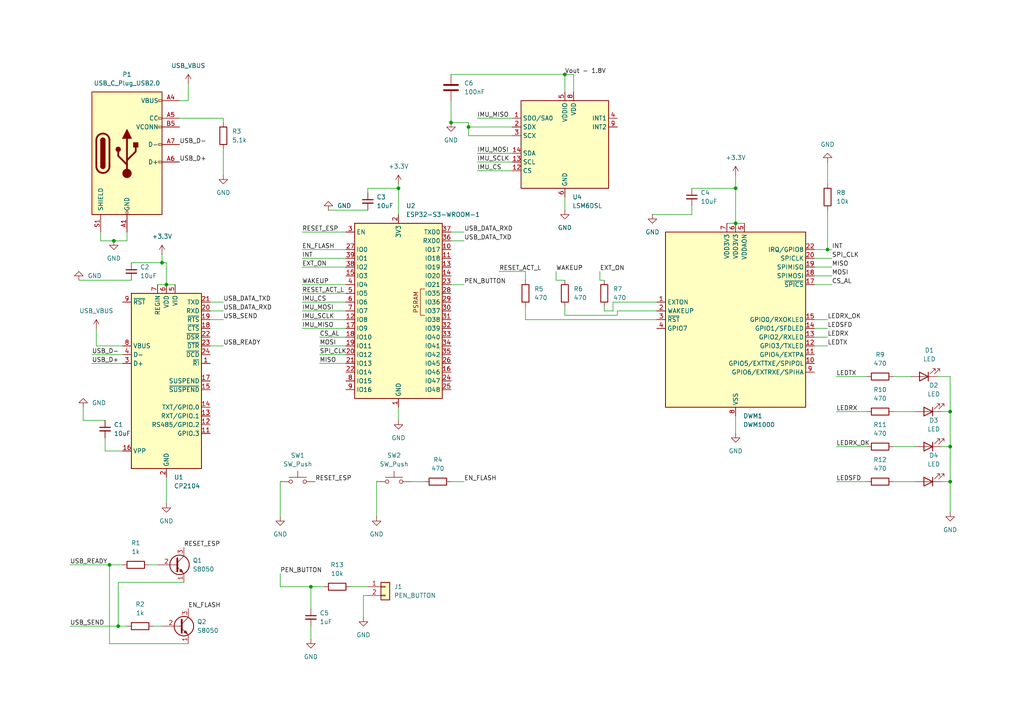
<source format=kicad_sch>
(kicad_sch (version 20231120) (generator "eeschema") (generator_version "8.0")
  (paper "A4")
  (lib_symbols
    (symbol "Connector:USB_C_Plug_USB2.0" (pin_names (offset 1.016))
      (property "Reference" "P" (at -10.16 19.05 0))
      (property "Value" "USB_C_Plug_USB2.0" (at 12.7 19.05 0))
      (symbol "USB_C_Plug_USB2.0_0_0"
        (rectangle (start -0.254 -17.78) (end 0.254 -16.764))
        (rectangle (start 10.16 -2.286) (end 9.144 -2.794))
        (rectangle (start 10.16 2.794) (end 9.144 2.286))
        (rectangle (start 10.16 7.874) (end 9.144 7.366))
        (rectangle (start 10.16 10.414) (end 9.144 9.906))
        (rectangle (start 10.16 15.494) (end 9.144 14.986))
      )
      (symbol "USB_C_Plug_USB2.0_0_1"
        (rectangle (start -10.16 17.78) (end 10.16 -17.78) (stroke (width 0.254)) (fill (type background)))
        (arc (start -8.89 -3.81) (mid -6.985 -5.7067) (end -5.08 -3.81) (stroke (width 0.508)))
        (arc (start -7.62 -3.81) (mid -6.985 -4.4423) (end -6.35 -3.81) (stroke (width 0.254)))
        (arc (start -7.62 -3.81) (mid -6.985 -4.4423) (end -6.35 -3.81) (stroke (width 0.254)) (fill (type outline)))
        (rectangle (start -7.62 -3.81) (end -6.35 3.81) (stroke (width 0.254)) (fill (type outline)))
        (arc (start -6.35 3.81) (mid -6.985 4.4423) (end -7.62 3.81) (stroke (width 0.254)))
        (arc (start -6.35 3.81) (mid -6.985 4.4423) (end -7.62 3.81) (stroke (width 0.254)) (fill (type outline)))
        (arc (start -5.08 3.81) (mid -6.985 5.7067) (end -8.89 3.81) (stroke (width 0.508)))
        (circle (center -2.54 1.143) (radius 0.635) (stroke (width 0.254)) (fill (type outline)))
        (circle (center 0 -5.842) (radius 1.27) (fill (type outline)))
        (polyline (pts (xy -8.89 -3.81) (xy -8.89 3.81)) (stroke (width 0.508)))
        (polyline (pts (xy -5.08 3.81) (xy -5.08 -3.81)) (stroke (width 0.508)))
        (polyline (pts (xy 0 -5.842) (xy 0 4.318)) (stroke (width 0.508)))
        (polyline (pts (xy 0 -3.302) (xy -2.54 -0.762) (xy -2.54 0.508)) (stroke (width 0.508)))
        (polyline (pts (xy 0 -2.032) (xy 2.54 0.508) (xy 2.54 1.778)) (stroke (width 0.508)))
        (polyline (pts (xy -1.27 4.318) (xy 0 6.858) (xy 1.27 4.318) (xy -1.27 4.318)) (stroke (width 0.254)) (fill (type outline)))
        (rectangle (start 1.905 1.778) (end 3.175 3.048) (stroke (width 0.254)) (fill (type outline)))
      )
      (symbol "USB_C_Plug_USB2.0_1_1"
        (pin passive line (at 0 -22.86 90) (length 5.08) (name "GND") (number "A1"))
        (pin passive line (at 0 -22.86 90) (length 5.08) hide (name "GND") (number "A12"))
        (pin passive line (at 15.24 15.24 180) (length 5.08) (name "VBUS") (number "A4"))
        (pin bidirectional line (at 15.24 10.16 180) (length 5.08) (name "CC") (number "A5"))
        (pin bidirectional line (at 15.24 -2.54 180) (length 5.08) (name "D+") (number "A6"))
        (pin bidirectional line (at 15.24 2.54 180) (length 5.08) (name "D-") (number "A7"))
        (pin passive line (at 15.24 15.24 180) (length 5.08) hide (name "VBUS") (number "A9"))
        (pin passive line (at 0 -22.86 90) (length 5.08) hide (name "GND") (number "B1"))
        (pin passive line (at 0 -22.86 90) (length 5.08) hide (name "GND") (number "B12"))
        (pin passive line (at 15.24 15.24 180) (length 5.08) hide (name "VBUS") (number "B4"))
        (pin bidirectional line (at 15.24 7.62 180) (length 5.08) (name "VCONN") (number "B5"))
        (pin passive line (at 15.24 15.24 180) (length 5.08) hide (name "VBUS") (number "B9"))
        (pin passive line (at -7.62 -22.86 90) (length 5.08) (name "SHIELD") (number "S1"))
      )
    )
    (symbol "Connector_Generic:Conn_01x02" (pin_names (offset 1.016) hide)
      (property "Reference" "J" (at 0 2.54 0))
      (property "Value" "Conn_01x02" (at 0 -5.08 0))
      (symbol "Conn_01x02_1_1"
        (rectangle (start -1.27 -2.413) (end 0 -2.667) (stroke (width 0.1524)))
        (rectangle (start -1.27 0.127) (end 0 -0.127) (stroke (width 0.1524)))
        (rectangle (start -1.27 1.27) (end 1.27 -3.81) (stroke (width 0.254)) (fill (type background)))
        (pin passive line (at -5.08 0 0) (length 3.81) (name "Pin_1") (number "1"))
        (pin passive line (at -5.08 -2.54 0) (length 3.81) (name "Pin_2") (number "2"))
      )
    )
    (symbol "Device:C" (pin_numbers hide) (pin_names (offset 0.254))
      (property "Reference" "C" (at 0.635 2.54 0))
      (property "Value" "C" (at 0.635 -2.54 0))
      (symbol "C_0_1"
        (polyline (pts (xy -2.032 -0.762) (xy 2.032 -0.762)) (stroke (width 0.508)))
        (polyline (pts (xy -2.032 0.762) (xy 2.032 0.762)) (stroke (width 0.508)))
      )
      (symbol "C_1_1"
        (pin passive line (at 0 3.81 270) (length 2.794) (name "~") (number "1"))
        (pin passive line (at 0 -3.81 90) (length 2.794) (name "~") (number "2"))
      )
    )
    (symbol "Device:C_Small" (pin_numbers hide) (pin_names (offset 0.254) hide)
      (property "Reference" "C" (at 0.254 1.778 0))
      (property "Value" "C_Small" (at 0.254 -2.032 0))
      (symbol "C_Small_0_1"
        (polyline (pts (xy -1.524 -0.508) (xy 1.524 -0.508)) (stroke (width 0.3302)))
        (polyline (pts (xy -1.524 0.508) (xy 1.524 0.508)) (stroke (width 0.3048)))
      )
      (symbol "C_Small_1_1"
        (pin passive line (at 0 2.54 270) (length 2.032) (name "~") (number "1"))
        (pin passive line (at 0 -2.54 90) (length 2.032) (name "~") (number "2"))
      )
    )
    (symbol "Device:LED" (pin_numbers hide) (pin_names (offset 1.016) hide)
      (property "Reference" "D" (at 0 2.54 0))
      (property "Value" "LED" (at 0 -2.54 0))
      (symbol "LED_0_1"
        (polyline (pts (xy -1.27 -1.27) (xy -1.27 1.27)) (stroke (width 0.254)))
        (polyline (pts (xy -1.27 0) (xy 1.27 0)))
        (polyline (pts (xy 1.27 -1.27) (xy 1.27 1.27) (xy -1.27 0) (xy 1.27 -1.27)) (stroke (width 0.254)))
        (polyline (pts (xy -3.048 -0.762) (xy -4.572 -2.286) (xy -3.81 -2.286) (xy -4.572 -2.286) (xy -4.572 -1.524)))
        (polyline (pts (xy -1.778 -0.762) (xy -3.302 -2.286) (xy -2.54 -2.286) (xy -3.302 -2.286) (xy -3.302 -1.524)))
      )
      (symbol "LED_1_1"
        (pin passive line (at -3.81 0 0) (length 2.54) (name "K") (number "1"))
        (pin passive line (at 3.81 0 180) (length 2.54) (name "A") (number "2"))
      )
    )
    (symbol "Device:R" (pin_numbers hide) (pin_names (offset 0))
      (property "Reference" "R" (at 2.032 0 90))
      (property "Value" "R" (at 0 0 90))
      (symbol "R_0_1"
        (rectangle (start -1.016 -2.54) (end 1.016 2.54) (stroke (width 0.254)))
      )
      (symbol "R_1_1"
        (pin passive line (at 0 3.81 270) (length 1.27) (name "~") (number "1"))
        (pin passive line (at 0 -3.81 90) (length 1.27) (name "~") (number "2"))
      )
    )
    (symbol "Interface_USB:CP2104"
      (property "Reference" "U" (at -5.08 28.575 0))
      (property "Value" "CP2104" (at -5.08 26.67 0))
      (symbol "CP2104_1_1"
        (rectangle (start -10.16 25.4) (end 10.16 -25.4) (stroke (width 0.254)) (fill (type background)))
        (pin input line (at 12.7 5.08 180) (length 2.54) (name "~{RI}") (number "1"))
        (pin no_connect line (at 10.16 -20.32 180) (length 2.54) hide (name "NC") (number "10"))
        (pin bidirectional line (at 12.7 -15.24 180) (length 2.54) (name "GPIO.3") (number "11"))
        (pin bidirectional line (at 12.7 -12.7 180) (length 2.54) (name "RS485/GPIO.2") (number "12"))
        (pin bidirectional line (at 12.7 -10.16 180) (length 2.54) (name "RXT/GPIO.1") (number "13"))
        (pin bidirectional line (at 12.7 -7.62 180) (length 2.54) (name "TXT/GPIO.0") (number "14"))
        (pin output line (at 12.7 -2.54 180) (length 2.54) (name "~{SUSPEND}") (number "15"))
        (pin passive line (at -12.7 -20.32 0) (length 2.54) (name "VPP") (number "16"))
        (pin output line (at 12.7 0 180) (length 2.54) (name "SUSPEND") (number "17"))
        (pin input line (at 12.7 15.24 180) (length 2.54) (name "~{CTS}") (number "18"))
        (pin output line (at 12.7 17.78 180) (length 2.54) (name "~{RTS}") (number "19"))
        (pin power_in line (at 0 -27.94 90) (length 2.54) (name "GND") (number "2"))
        (pin input line (at 12.7 20.32 180) (length 2.54) (name "RXD") (number "20"))
        (pin output line (at 12.7 22.86 180) (length 2.54) (name "TXD") (number "21"))
        (pin input line (at 12.7 12.7 180) (length 2.54) (name "~{DSR}") (number "22"))
        (pin output line (at 12.7 10.16 180) (length 2.54) (name "~{DTR}") (number "23"))
        (pin input line (at 12.7 7.62 180) (length 2.54) (name "~{DCD}") (number "24"))
        (pin passive line (at 0 -27.94 90) (length 2.54) hide (name "GND") (number "25"))
        (pin bidirectional line (at -12.7 5.08 0) (length 2.54) (name "D+") (number "3"))
        (pin bidirectional line (at -12.7 7.62 0) (length 2.54) (name "D-") (number "4"))
        (pin power_in line (at 2.54 27.94 270) (length 2.54) (name "VIO") (number "5"))
        (pin power_in line (at 0 27.94 270) (length 2.54) (name "VDD") (number "6"))
        (pin power_in line (at -2.54 27.94 270) (length 2.54) (name "REGIN") (number "7"))
        (pin input line (at -12.7 10.16 0) (length 2.54) (name "VBUS") (number "8"))
        (pin bidirectional line (at -12.7 22.86 0) (length 2.54) (name "~{RST}") (number "9"))
      )
    )
    (symbol "RF_Module:DWM1000"
      (property "Reference" "DWM" (at -17.78 26.67 0))
      (property "Value" "DWM1000" (at 15.875 26.67 0))
      (symbol "DWM1000_0_1"
        (rectangle (start -20.32 25.4) (end 20.32 -25.4) (stroke (width 0.254)) (fill (type background)))
      )
      (symbol "DWM1000_1_1"
        (pin output line (at -22.86 5.08 0) (length 2.54) (name "EXTON") (number "1"))
        (pin bidirectional line (at 22.86 -12.7 180) (length 2.54) (name "GPIO5/EXTTXE/SPIPOL") (number "10"))
        (pin bidirectional line (at 22.86 -10.16 180) (length 2.54) (name "GPIO4/EXTPA") (number "11"))
        (pin bidirectional line (at 22.86 -7.62 180) (length 2.54) (name "GPIO3/TXLED") (number "12"))
        (pin bidirectional line (at 22.86 -5.08 180) (length 2.54) (name "GPIO2/RXLED") (number "13"))
        (pin bidirectional line (at 22.86 -2.54 180) (length 2.54) (name "GPIO1/SFDLED") (number "14"))
        (pin bidirectional line (at 22.86 0 180) (length 2.54) (name "GPIO0/RXOKLED") (number "15"))
        (pin passive line (at 0 -27.94 90) (length 2.54) hide (name "VSS") (number "16"))
        (pin input line (at 22.86 10.16 180) (length 2.54) (name "~{SPICS}") (number "17"))
        (pin input line (at 22.86 12.7 180) (length 2.54) (name "SPIMOSI") (number "18"))
        (pin output line (at 22.86 15.24 180) (length 2.54) (name "SPIMISO") (number "19"))
        (pin bidirectional line (at -22.86 2.54 0) (length 2.54) (name "WAKEUP") (number "2"))
        (pin input line (at 22.86 17.78 180) (length 2.54) (name "SPICLK") (number "20"))
        (pin passive line (at 0 -27.94 90) (length 2.54) hide (name "VSS") (number "21"))
        (pin bidirectional line (at 22.86 20.32 180) (length 2.54) (name "IRQ/GPIO8") (number "22"))
        (pin passive line (at 0 -27.94 90) (length 2.54) hide (name "VSS") (number "23"))
        (pin passive line (at 0 -27.94 90) (length 2.54) hide (name "VSS") (number "24"))
        (pin bidirectional line (at -22.86 0 0) (length 2.54) (name "~{RST}") (number "3"))
        (pin bidirectional line (at -22.86 -2.54 0) (length 2.54) (name "GPIO7") (number "4"))
        (pin power_in line (at 2.54 27.94 270) (length 2.54) (name "VDDAON") (number "5"))
        (pin power_in line (at 0 27.94 270) (length 2.54) (name "VDD3V3") (number "6"))
        (pin power_in line (at -2.54 27.94 270) (length 2.54) (name "VDD3V3") (number "7"))
        (pin power_in line (at 0 -27.94 90) (length 2.54) (name "VSS") (number "8"))
        (pin bidirectional line (at 22.86 -15.24 180) (length 2.54) (name "GPIO6/EXTRXE/SPIHA") (number "9"))
      )
    )
    (symbol "RF_Module:ESP32-S3-WROOM-1"
      (property "Reference" "U" (at -12.7 26.67 0))
      (property "Value" "ESP32-S3-WROOM-1" (at 12.7 26.67 0))
      (symbol "ESP32-S3-WROOM-1_0_0"
        (rectangle (start -12.7 25.4) (end 12.7 -25.4) (stroke (width 0.254)) (fill (type background)))
        (text "PSRAM" (at 5.08 2.54 900) (effects (font (size 1.27 1.27))))
      )
      (symbol "ESP32-S3-WROOM-1_0_1"
        (polyline (pts (xy 7.62 -1.27) (xy 6.35 -1.27) (xy 6.35 6.35) (xy 7.62 6.35)))
      )
      (symbol "ESP32-S3-WROOM-1_1_1"
        (pin power_in line (at 0 -27.94 90) (length 2.54) (name "GND") (number "1"))
        (pin bidirectional line (at 15.24 17.78 180) (length 2.54) (name "IO17") (number "10"))
        (pin bidirectional line (at 15.24 15.24 180) (length 2.54) (name "IO18") (number "11"))
        (pin bidirectional line (at -15.24 -2.54 0) (length 2.54) (name "IO8") (number "12"))
        (pin bidirectional line (at 15.24 12.7 180) (length 2.54) (name "IO19") (number "13"))
        (pin bidirectional line (at 15.24 10.16 180) (length 2.54) (name "IO20") (number "14"))
        (pin bidirectional line (at -15.24 10.16 0) (length 2.54) (name "IO3") (number "15"))
        (pin bidirectional line (at 15.24 -17.78 180) (length 2.54) (name "IO46") (number "16"))
        (pin bidirectional line (at -15.24 -5.08 0) (length 2.54) (name "IO9") (number "17"))
        (pin bidirectional line (at -15.24 -7.62 0) (length 2.54) (name "IO10") (number "18"))
        (pin bidirectional line (at -15.24 -10.16 0) (length 2.54) (name "IO11") (number "19"))
        (pin power_in line (at 0 27.94 270) (length 2.54) (name "3V3") (number "2"))
        (pin bidirectional line (at -15.24 -12.7 0) (length 2.54) (name "IO12") (number "20"))
        (pin bidirectional line (at -15.24 -15.24 0) (length 2.54) (name "IO13") (number "21"))
        (pin bidirectional line (at -15.24 -17.78 0) (length 2.54) (name "IO14") (number "22"))
        (pin bidirectional line (at 15.24 7.62 180) (length 2.54) (name "IO21") (number "23"))
        (pin bidirectional line (at 15.24 -20.32 180) (length 2.54) (name "IO47") (number "24"))
        (pin bidirectional line (at 15.24 -22.86 180) (length 2.54) (name "IO48") (number "25"))
        (pin bidirectional line (at 15.24 -15.24 180) (length 2.54) (name "IO45") (number "26"))
        (pin bidirectional line (at -15.24 17.78 0) (length 2.54) (name "IO0") (number "27"))
        (pin bidirectional line (at 15.24 5.08 180) (length 2.54) (name "IO35") (number "28"))
        (pin bidirectional line (at 15.24 2.54 180) (length 2.54) (name "IO36") (number "29"))
        (pin input line (at -15.24 22.86 0) (length 2.54) (name "EN") (number "3"))
        (pin bidirectional line (at 15.24 0 180) (length 2.54) (name "IO37") (number "30"))
        (pin bidirectional line (at 15.24 -2.54 180) (length 2.54) (name "IO38") (number "31"))
        (pin bidirectional line (at 15.24 -5.08 180) (length 2.54) (name "IO39") (number "32"))
        (pin bidirectional line (at 15.24 -7.62 180) (length 2.54) (name "IO40") (number "33"))
        (pin bidirectional line (at 15.24 -10.16 180) (length 2.54) (name "IO41") (number "34"))
        (pin bidirectional line (at 15.24 -12.7 180) (length 2.54) (name "IO42") (number "35"))
        (pin bidirectional line (at 15.24 20.32 180) (length 2.54) (name "RXD0") (number "36"))
        (pin bidirectional line (at 15.24 22.86 180) (length 2.54) (name "TXD0") (number "37"))
        (pin bidirectional line (at -15.24 12.7 0) (length 2.54) (name "IO2") (number "38"))
        (pin bidirectional line (at -15.24 15.24 0) (length 2.54) (name "IO1") (number "39"))
        (pin bidirectional line (at -15.24 7.62 0) (length 2.54) (name "IO4") (number "4"))
        (pin passive line (at 0 -27.94 90) (length 2.54) hide (name "GND") (number "40"))
        (pin passive line (at 0 -27.94 90) (length 2.54) hide (name "GND") (number "41"))
        (pin bidirectional line (at -15.24 5.08 0) (length 2.54) (name "IO5") (number "5"))
        (pin bidirectional line (at -15.24 2.54 0) (length 2.54) (name "IO6") (number "6"))
        (pin bidirectional line (at -15.24 0 0) (length 2.54) (name "IO7") (number "7"))
        (pin bidirectional line (at -15.24 -20.32 0) (length 2.54) (name "IO15") (number "8"))
        (pin bidirectional line (at -15.24 -22.86 0) (length 2.54) (name "IO16") (number "9"))
      )
    )
    (symbol "Sensor_Motion:LSM6DSL"
      (property "Reference" "U" (at -11.43 15.24 0))
      (property "Value" "LSM6DSL" (at -11.43 12.7 0))
      (symbol "LSM6DSL_0_1"
        (rectangle (start -12.7 12.7) (end 12.7 -12.7) (stroke (width 0.254)) (fill (type background)))
      )
      (symbol "LSM6DSL_1_1"
        (pin bidirectional line (at -15.24 7.62 0) (length 2.54) (name "SDO/SA0") (number "1"))
        (pin no_connect line (at 12.7 -5.08 180) (length 3.81) hide (name "NC") (number "10"))
        (pin no_connect line (at 12.7 -2.54 180) (length 3.81) hide (name "NC") (number "11"))
        (pin input line (at -15.24 -7.62 0) (length 2.54) (name "CS") (number "12"))
        (pin input line (at -15.24 -5.08 0) (length 2.54) (name "SCL") (number "13"))
        (pin bidirectional line (at -15.24 -2.54 0) (length 2.54) (name "SDA") (number "14"))
        (pin bidirectional line (at -15.24 5.08 0) (length 2.54) (name "SDX") (number "2"))
        (pin input line (at -15.24 2.54 0) (length 2.54) (name "SCX") (number "3"))
        (pin output line (at 15.24 7.62 180) (length 2.54) (name "INT1") (number "4"))
        (pin power_in line (at 0 15.24 270) (length 2.54) (name "VDDIO") (number "5"))
        (pin power_in line (at 0 -15.24 90) (length 2.54) (name "GND") (number "6"))
        (pin passive line (at 0 -15.24 90) (length 2.54) hide (name "GND") (number "7"))
        (pin power_in line (at 2.54 15.24 270) (length 2.54) (name "VDD") (number "8"))
        (pin output line (at 15.24 5.08 180) (length 2.54) (name "INT2") (number "9"))
      )
    )
    (symbol "Switch:SW_Push" (pin_numbers hide) (pin_names (offset 1.016) hide)
      (property "Reference" "SW" (at 1.27 2.54 0))
      (property "Value" "SW_Push" (at 0 -1.524 0))
      (symbol "SW_Push_0_1"
        (circle (center -2.032 0) (radius 0.508))
        (polyline (pts (xy 0 1.27) (xy 0 3.048)))
        (polyline (pts (xy 2.54 1.27) (xy -2.54 1.27)))
        (circle (center 2.032 0) (radius 0.508))
        (pin passive line (at -5.08 0 0) (length 2.54) (name "1") (number "1"))
        (pin passive line (at 5.08 0 180) (length 2.54) (name "2") (number "2"))
      )
    )
    (symbol "Transistor_BJT:S8050" (pin_names (offset 0) hide)
      (property "Reference" "Q" (at 5.08 1.905 0))
      (property "Value" "S8050" (at 5.08 0 0))
      (symbol "S8050_0_1"
        (polyline (pts (xy 0 0) (xy 0.635 0)))
        (polyline (pts (xy 0.635 0.635) (xy 2.54 2.54)))
        (polyline (pts (xy 0.635 -0.635) (xy 2.54 -2.54) (xy 2.54 -2.54)))
        (polyline (pts (xy 0.635 1.905) (xy 0.635 -1.905) (xy 0.635 -1.905)) (stroke (width 0.508)))
        (polyline (pts (xy 1.27 -1.778) (xy 1.778 -1.27) (xy 2.286 -2.286) (xy 1.27 -1.778) (xy 1.27 -1.778)) (fill (type outline)))
        (circle (center 1.27 0) (radius 2.8194) (stroke (width 0.254)))
      )
      (symbol "S8050_1_1"
        (pin passive line (at 2.54 -5.08 90) (length 2.54) (name "E") (number "1"))
        (pin input line (at -5.08 0 0) (length 5.08) (name "B") (number "2"))
        (pin passive line (at 2.54 5.08 270) (length 2.54) (name "C") (number "3"))
      )
    )
    (symbol "power:+3.3V" (power) (pin_numbers hide) (pin_names (offset 0) hide)
      (property "Value" "+3.3V" (at 0 3.556 0))
      (symbol "+3.3V_0_1"
        (polyline (pts (xy -0.762 1.27) (xy 0 2.54)))
        (polyline (pts (xy 0 0) (xy 0 2.54)))
        (polyline (pts (xy 0 2.54) (xy 0.762 1.27)))
      )
      (symbol "+3.3V_1_1"
        (pin power_in line (at 0 0 90) (length 0) (name "~") (number "1"))
      )
    )
    (symbol "power:GND" (power) (pin_numbers hide) (pin_names (offset 0) hide)
      (property "Value" "GND" (at 0 -3.81 0))
      (symbol "GND_0_1"
        (polyline (pts (xy 0 0) (xy 0 -1.27) (xy 1.27 -1.27) (xy 0 -2.54) (xy -1.27 -1.27) (xy 0 -1.27)))
      )
      (symbol "GND_1_1"
        (pin power_in line (at 0 0 270) (length 0) (name "~") (number "1"))
      )
    )
  )
  (junction (at 115.57 54.61))
  (junction (at 31.75 163.83))
  (junction (at 275.59 139.7))
  (junction (at 213.36 64.77))
  (junction (at 46.99 76.2))
  (junction (at 48.26 82.55))
  (junction (at 33.02 69.85))
  (junction (at 90.17 170.18))
  (junction (at 130.81 35.56))
  (junction (at 135.89 36.83))
  (junction (at 275.59 119.38))
  (junction (at 163.83 21.59))
  (junction (at 275.59 129.54))
  (junction (at 240.03 72.39))
  (junction (at 34.29 181.61))
  (junction (at 213.36 54.61))
  (wire (pts (xy 64.77 92.71) (xy 60.96 92.71)))
  (wire (pts (xy 45.72 82.55) (xy 48.26 82.55)))
  (wire (pts (xy 273.05 119.38) (xy 275.59 119.38)))
  (wire (pts (xy 213.36 64.77) (xy 215.9 64.77)))
  (wire (pts (xy 144.78 78.74) (xy 152.4 78.74)))
  (wire (pts (xy 135.89 39.37) (xy 135.89 36.83)))
  (wire (pts (xy 179.07 91.44) (xy 163.83 91.44)))
  (wire (pts (xy 27.94 100.33) (xy 27.94 95.25)))
  (wire (pts (xy 35.56 130.81) (xy 30.48 130.81)))
  (wire (pts (xy 275.59 139.7) (xy 275.59 129.54)))
  (wire (pts (xy 54.61 29.21) (xy 54.61 24.13)))
  (wire (pts (xy 135.89 35.56) (xy 130.81 35.56)))
  (wire (pts (xy 30.48 121.92) (xy 24.13 121.92)))
  (wire (pts (xy 240.03 100.33) (xy 236.22 100.33)))
  (wire (pts (xy 109.22 139.7) (xy 109.22 149.86)))
  (wire (pts (xy 241.3 72.39) (xy 240.03 72.39)))
  (wire (pts (xy 163.83 91.44) (xy 163.83 88.9)))
  (wire (pts (xy 87.63 67.31) (xy 100.33 67.31)))
  (wire (pts (xy 46.99 76.2) (xy 46.99 73.66)))
  (wire (pts (xy 175.26 90.17) (xy 175.26 88.9)))
  (wire (pts (xy 166.37 26.67) (xy 166.37 21.59)))
  (wire (pts (xy 30.48 130.81) (xy 30.48 127)))
  (wire (pts (xy 259.08 109.22) (xy 264.16 109.22)))
  (wire (pts (xy 106.68 172.72) (xy 105.41 172.72)))
  (wire (pts (xy 26.67 102.87) (xy 35.56 102.87)))
  (wire (pts (xy 123.19 139.7) (xy 119.38 139.7)))
  (wire (pts (xy 26.67 105.41) (xy 35.56 105.41)))
  (wire (pts (xy 259.08 129.54) (xy 265.43 129.54)))
  (wire (pts (xy 36.83 69.85) (xy 33.02 69.85)))
  (wire (pts (xy 240.03 95.25) (xy 236.22 95.25)))
  (wire (pts (xy 35.56 163.83) (xy 31.75 163.83)))
  (wire (pts (xy 53.34 168.91) (xy 34.29 168.91)))
  (wire (pts (xy 64.77 90.17) (xy 60.96 90.17)))
  (wire (pts (xy 35.56 100.33) (xy 27.94 100.33)))
  (wire (pts (xy 29.21 69.85) (xy 33.02 69.85)))
  (wire (pts (xy 81.28 139.7) (xy 81.28 149.86)))
  (wire (pts (xy 242.57 129.54) (xy 251.46 129.54)))
  (wire (pts (xy 240.03 72.39) (xy 236.22 72.39)))
  (wire (pts (xy 36.83 67.31) (xy 36.83 69.85)))
  (wire (pts (xy 105.41 172.72) (xy 105.41 179.07)))
  (wire (pts (xy 213.36 54.61) (xy 213.36 64.77)))
  (wire (pts (xy 134.62 67.31) (xy 130.81 67.31)))
  (wire (pts (xy 271.78 109.22) (xy 275.59 109.22)))
  (wire (pts (xy 163.83 21.59) (xy 163.83 26.67)))
  (wire (pts (xy 101.6 170.18) (xy 106.68 170.18)))
  (wire (pts (xy 48.26 76.2) (xy 46.99 76.2)))
  (wire (pts (xy 130.81 29.21) (xy 130.81 35.56)))
  (wire (pts (xy 275.59 148.59) (xy 275.59 139.7)))
  (wire (pts (xy 210.82 64.77) (xy 213.36 64.77)))
  (wire (pts (xy 138.43 34.29) (xy 148.59 34.29)))
  (wire (pts (xy 190.5 87.63) (xy 177.8 87.63)))
  (wire (pts (xy 93.98 170.18) (xy 90.17 170.18)))
  (wire (pts (xy 173.99 81.28) (xy 175.26 81.28)))
  (wire (pts (xy 87.63 74.93) (xy 100.33 74.93)))
  (wire (pts (xy 200.66 62.23) (xy 200.66 59.69)))
  (wire (pts (xy 22.86 81.28) (xy 38.1 81.28)))
  (wire (pts (xy 90.17 181.61) (xy 90.17 185.42)))
  (wire (pts (xy 43.18 163.83) (xy 45.72 163.83)))
  (wire (pts (xy 87.63 85.09) (xy 100.33 85.09)))
  (wire (pts (xy 259.08 139.7) (xy 265.43 139.7)))
  (wire (pts (xy 31.75 186.69) (xy 31.75 163.83)))
  (wire (pts (xy 166.37 21.59) (xy 163.83 21.59)))
  (wire (pts (xy 138.43 44.45) (xy 148.59 44.45)))
  (wire (pts (xy 90.17 170.18) (xy 90.17 176.53)))
  (wire (pts (xy 242.57 109.22) (xy 251.46 109.22)))
  (wire (pts (xy 213.36 54.61) (xy 213.36 50.8)))
  (wire (pts (xy 106.68 54.61) (xy 115.57 54.61)))
  (wire (pts (xy 273.05 129.54) (xy 275.59 129.54)))
  (wire (pts (xy 241.3 77.47) (xy 236.22 77.47)))
  (wire (pts (xy 87.63 90.17) (xy 100.33 90.17)))
  (wire (pts (xy 115.57 118.11) (xy 115.57 121.92)))
  (wire (pts (xy 90.17 170.18) (xy 81.28 170.18)))
  (wire (pts (xy 34.29 168.91) (xy 34.29 181.61)))
  (wire (pts (xy 240.03 72.39) (xy 240.03 60.96)))
  (wire (pts (xy 242.57 119.38) (xy 251.46 119.38)))
  (wire (pts (xy 189.23 62.23) (xy 200.66 62.23)))
  (wire (pts (xy 44.45 181.61) (xy 46.99 181.61)))
  (wire (pts (xy 87.63 95.25) (xy 100.33 95.25)))
  (wire (pts (xy 190.5 90.17) (xy 179.07 90.17)))
  (wire (pts (xy 134.62 139.7) (xy 130.81 139.7)))
  (wire (pts (xy 152.4 78.74) (xy 152.4 81.28)))
  (wire (pts (xy 52.07 29.21) (xy 54.61 29.21)))
  (wire (pts (xy 148.59 36.83) (xy 135.89 36.83)))
  (wire (pts (xy 213.36 120.65) (xy 213.36 125.73)))
  (wire (pts (xy 87.63 72.39) (xy 100.33 72.39)))
  (wire (pts (xy 31.75 163.83) (xy 20.32 163.83)))
  (wire (pts (xy 161.29 81.28) (xy 163.83 81.28)))
  (wire (pts (xy 64.77 100.33) (xy 60.96 100.33)))
  (wire (pts (xy 275.59 129.54) (xy 275.59 119.38)))
  (wire (pts (xy 24.13 121.92) (xy 24.13 118.11)))
  (wire (pts (xy 34.29 181.61) (xy 20.32 181.61)))
  (wire (pts (xy 275.59 119.38) (xy 275.59 109.22)))
  (wire (pts (xy 241.3 74.93) (xy 236.22 74.93)))
  (wire (pts (xy 92.71 100.33) (xy 100.33 100.33)))
  (wire (pts (xy 64.77 34.29) (xy 64.77 35.56)))
  (wire (pts (xy 92.71 102.87) (xy 100.33 102.87)))
  (wire (pts (xy 134.62 69.85) (xy 130.81 69.85)))
  (wire (pts (xy 273.05 139.7) (xy 275.59 139.7)))
  (wire (pts (xy 173.99 78.74) (xy 173.99 81.28)))
  (wire (pts (xy 177.8 87.63) (xy 177.8 90.17)))
  (wire (pts (xy 48.26 82.55) (xy 48.26 76.2)))
  (wire (pts (xy 48.26 138.43) (xy 48.26 146.05)))
  (wire (pts (xy 38.1 76.2) (xy 46.99 76.2)))
  (wire (pts (xy 240.03 97.79) (xy 236.22 97.79)))
  (wire (pts (xy 81.28 170.18) (xy 81.28 166.37)))
  (wire (pts (xy 29.21 67.31) (xy 29.21 69.85)))
  (wire (pts (xy 87.63 92.71) (xy 100.33 92.71)))
  (wire (pts (xy 64.77 43.18) (xy 64.77 50.8)))
  (wire (pts (xy 54.61 186.69) (xy 31.75 186.69)))
  (wire (pts (xy 36.83 181.61) (xy 34.29 181.61)))
  (wire (pts (xy 200.66 54.61) (xy 213.36 54.61)))
  (wire (pts (xy 138.43 49.53) (xy 148.59 49.53)))
  (wire (pts (xy 95.25 60.96) (xy 106.68 60.96)))
  (wire (pts (xy 134.62 82.55) (xy 130.81 82.55)))
  (wire (pts (xy 242.57 139.7) (xy 251.46 139.7)))
  (wire (pts (xy 64.77 87.63) (xy 60.96 87.63)))
  (wire (pts (xy 163.83 57.15) (xy 163.83 60.96)))
  (wire (pts (xy 106.68 54.61) (xy 106.68 55.88)))
  (wire (pts (xy 48.26 82.55) (xy 50.8 82.55)))
  (wire (pts (xy 135.89 36.83) (xy 135.89 35.56)))
  (wire (pts (xy 52.07 34.29) (xy 64.77 34.29)))
  (wire (pts (xy 190.5 92.71) (xy 152.4 92.71)))
  (wire (pts (xy 138.43 46.99) (xy 148.59 46.99)))
  (wire (pts (xy 115.57 53.34) (xy 115.57 54.61)))
  (wire (pts (xy 100.33 97.79) (xy 92.71 97.79)))
  (wire (pts (xy 161.29 78.74) (xy 161.29 81.28)))
  (wire (pts (xy 240.03 46.99) (xy 240.03 53.34)))
  (wire (pts (xy 130.81 21.59) (xy 163.83 21.59)))
  (wire (pts (xy 241.3 80.01) (xy 236.22 80.01)))
  (wire (pts (xy 179.07 90.17) (xy 179.07 91.44)))
  (wire (pts (xy 177.8 90.17) (xy 175.26 90.17)))
  (wire (pts (xy 240.03 92.71) (xy 236.22 92.71)))
  (wire (pts (xy 87.63 87.63) (xy 100.33 87.63)))
  (wire (pts (xy 148.59 39.37) (xy 135.89 39.37)))
  (wire (pts (xy 87.63 82.55) (xy 100.33 82.55)))
  (wire (pts (xy 241.3 82.55) (xy 236.22 82.55)))
  (wire (pts (xy 259.08 119.38) (xy 265.43 119.38)))
  (wire (pts (xy 115.57 54.61) (xy 115.57 62.23)))
  (wire (pts (xy 87.63 77.47) (xy 100.33 77.47)))
  (wire (pts (xy 152.4 92.71) (xy 152.4 88.9)))
  (wire (pts (xy 92.71 105.41) (xy 100.33 105.41)))
  (label "EXT_ON" (at 173.99 78.74 0))
  (label "CS_AL" (at 92.71 97.79 0))
  (label "RESET_ESP" (at 53.34 158.75 0))
  (label "USB_DATA_RXD" (at 64.77 90.17 0))
  (label "EN_FLASH" (at 54.61 176.53 0))
  (label "LEDRX" (at 242.57 119.38 0))
  (label "LEDRX" (at 240.03 97.79 0))
  (label "IMU_MISO" (at 138.43 34.29 0))
  (label "IMU_CS" (at 138.43 49.53 0))
  (label "LEDRX_OK" (at 240.03 92.71 0))
  (label "Vout - 1.8V" (at 163.83 21.59 0))
  (label "WAKEUP" (at 161.29 78.74 0))
  (label "IMU_MISO" (at 87.63 95.25 0))
  (label "PEN_BUTTON" (at 134.62 82.55 0))
  (label "IMU_SCLK" (at 87.63 92.71 0))
  (label "IMU_MOSI" (at 87.63 90.17 0))
  (label "USB_D-" (at 52.07 41.91 0))
  (label "USB_D+" (at 26.67 105.41 0))
  (label "RESET_ESP" (at 87.63 67.31 0))
  (label "USB_SEND" (at 20.32 181.61 0))
  (label "USB_D+" (at 52.07 46.99 0))
  (label "MOSI" (at 241.3 80.01 0))
  (label "EN_FLASH" (at 134.62 139.7 0))
  (label "LEDSFD" (at 240.03 95.25 0))
  (label "LEDTX" (at 242.57 109.22 0))
  (label "USB_READY" (at 20.32 163.83 0))
  (label "WAKEUP" (at 87.63 82.55 0))
  (label "EN_FLASH" (at 87.63 72.39 0))
  (label "SPI_CLK" (at 92.71 102.87 0))
  (label "USB_DATA_TXD" (at 134.62 69.85 0))
  (label "RESET_ACT_L" (at 144.78 78.74 0))
  (label "INT" (at 241.3 72.39 0))
  (label "RESET_ESP" (at 91.44 139.7 0))
  (label "USB_SEND" (at 64.77 92.71 0))
  (label "MISO" (at 241.3 77.47 0))
  (label "USB_DATA_TXD" (at 64.77 87.63 0))
  (label "MISO" (at 92.71 105.41 0))
  (label "USB_READY" (at 64.77 100.33 0))
  (label "SPI_CLK" (at 241.3 74.93 0))
  (label "IMU_CS" (at 87.63 87.63 0))
  (label "USB_DATA_RXD" (at 134.62 67.31 0))
  (label "LEDTX" (at 240.03 100.33 0))
  (label "LEDSFD" (at 242.57 139.7 0))
  (label "LEDRX_OK" (at 242.57 129.54 0))
  (label "USB_D-" (at 26.67 102.87 0))
  (label "CS_AL" (at 241.3 82.55 0))
  (label "IMU_SCLK" (at 138.43 46.99 0))
  (label "EXT_ON" (at 87.63 77.47 0))
  (label "PEN_BUTTON" (at 81.28 166.37 0))
  (label "IMU_MOSI" (at 138.43 44.45 0))
  (label "INT" (at 87.63 74.93 0))
  (label "RESET_ACT_L" (at 87.63 85.09 0))
  (label "MOSI" (at 92.71 100.33 0))
  (symbol (lib_id "power:GND") (at 189.23 62.23 0) (unit 1)
    (property "Reference" "#PWR014" (effects (hide yes)))
    (property "Value" "GND" (at 189.23 67.31 0))
    (property "Description" "Power symbol creates a global label with name \"GND\" , ground" (effects (hide yes)))
  )
  (symbol (lib_id "Switch:SW_Push") (at 86.36 139.7 0) (unit 1)
    (property "Reference" "SW1" (at 86.36 132.08 0))
    (property "Value" "SW_Push" (at 86.36 134.62 0))
    (property "Description" "Push button switch, generic, two pins" (effects (hide yes)))
  )
  (symbol (lib_id "power:+3.3V") (at 27.94 95.25 0) (unit 1)
    (property "Reference" "#PWR03" (effects (hide yes)))
    (property "Value" "USB_VBUS" (at 27.94 90.17 0))
    (property "Description" "Power symbol creates a global label with name \"+3.3V\"" (effects (hide yes)))
  )
  (symbol (lib_id "RF_Module:DWM1000") (at 213.36 92.71 0) (unit 1)
    (property "Reference" "DWM1" (at 215.5541 120.65 0) (effects (justify left)))
    (property "Value" "DWM1000" (at 215.5541 123.19 0) (effects (justify left)))
    (property "Footprint" "RF_Module:DWM1000" (effects (hide yes)))
    (property "Datasheet" "https://www.decawave.com/sites/default/files/resources/dwm1000-datasheet-v1.3.pdf" (effects (hide yes)))
    (property "Description" "Ultra wide band RF module With ranging location capabilities" (effects (hide yes)))
  )
  (symbol (lib_id "Transistor_BJT:S8050") (at 50.8 163.83 0) (unit 1)
    (property "Reference" "Q1" (at 55.88 162.5599 0) (effects (justify left)))
    (property "Value" "S8050" (at 55.88 165.0999 0) (effects (justify left)))
    (property "Footprint" "Package_TO_SOT_THT:TO-92_Inline" (effects (hide yes)))
    (property "Datasheet" "http://www.unisonic.com.tw/datasheet/S8050.pdf" (effects (hide yes)))
    (property "Description" "0.7A Ic, 20V Vce, Low Voltage High Current NPN Transistor, TO-92" (effects (hide yes)))
  )
  (symbol (lib_id "Device:R") (at 163.83 85.09 0) (unit 1)
    (property "Reference" "R6" (at 166.37 83.8199 0) (effects (justify left)))
    (property "Value" "470" (at 166.37 86.3599 0) (effects (justify left)))
    (property "Description" "Resistor" (effects (hide yes)))
  )
  (symbol (lib_id "Device:C_Small") (at 200.66 57.15 0) (unit 1)
    (property "Reference" "C4" (at 203.2 55.8862 0) (effects (justify left)))
    (property "Value" "10uF" (at 203.2 58.4262 0) (effects (justify left)))
    (property "Description" "Unpolarized capacitor, small symbol" (effects (hide yes)))
  )
  (symbol (lib_id "power:GND") (at 105.41 179.07 0) (unit 1)
    (property "Reference" "#PWR019" (effects (hide yes)))
    (property "Value" "GND" (at 105.41 184.15 0))
    (property "Description" "Power symbol creates a global label with name \"GND\" , ground" (effects (hide yes)))
  )
  (symbol (lib_id "power:+3.3V") (at 46.99 73.66 0) (unit 1)
    (property "Reference" "#PWR05" (effects (hide yes)))
    (property "Value" "+3.3V" (at 46.99 68.58 0))
    (property "Description" "Power symbol creates a global label with name \"+3.3V\"" (effects (hide yes)))
  )
  (symbol (lib_id "power:GND") (at 48.26 146.05 0) (unit 1)
    (property "Reference" "#PWR06" (effects (hide yes)))
    (property "Value" "GND" (at 48.26 151.13 0))
    (property "Description" "Power symbol creates a global label with name \"GND\" , ground" (effects (hide yes)))
  )
  (symbol (lib_id "power:GND") (at 240.03 46.99 180) (unit 1)
    (property "Reference" "#PWR017" (effects (hide yes)))
    (property "Value" "GND" (at 240.03 41.91 0))
    (property "Description" "Power symbol creates a global label with name \"GND\" , ground" (effects (hide yes)))
  )
  (symbol (lib_id "Device:R") (at 255.27 129.54 270) (unit 1)
    (property "Reference" "R11" (at 255.27 123.19 90))
    (property "Value" "470" (at 255.27 125.73 90))
    (property "Description" "Resistor" (effects (hide yes)))
  )
  (symbol (lib_id "Device:C_Small") (at 30.48 124.46 0) (unit 1)
    (property "Reference" "C1" (at 33.02 123.1962 0) (effects (justify left)))
    (property "Value" "10uF" (at 33.02 125.7362 0) (effects (justify left)))
    (property "Description" "Unpolarized capacitor, small symbol" (effects (hide yes)))
  )
  (symbol (lib_id "power:GND") (at 24.13 118.11 180) (unit 1)
    (property "Reference" "#PWR02" (effects (hide yes)))
    (property "Value" "GND" (at 26.67 116.8399 0) (effects (justify right)))
    (property "Description" "Power symbol creates a global label with name \"GND\" , ground" (effects (hide yes)))
  )
  (symbol (lib_id "Device:R") (at 175.26 85.09 0) (unit 1)
    (property "Reference" "R7" (at 177.8 83.8199 0) (effects (justify left)))
    (property "Value" "470" (at 177.8 86.3599 0) (effects (justify left)))
    (property "Description" "Resistor" (effects (hide yes)))
  )
  (symbol (lib_id "power:GND") (at 213.36 125.73 0) (unit 1)
    (property "Reference" "#PWR016" (effects (hide yes)))
    (property "Value" "GND" (at 213.36 130.81 0))
    (property "Description" "Power symbol creates a global label with name \"GND\" , ground" (effects (hide yes)))
  )
  (symbol (lib_id "power:GND") (at 81.28 149.86 0) (unit 1)
    (property "Reference" "#PWR09" (effects (hide yes)))
    (property "Value" "GND" (at 81.28 154.94 0))
    (property "Description" "Power symbol creates a global label with name \"GND\" , ground" (effects (hide yes)))
  )
  (symbol (lib_id "Device:C_Small") (at 38.1 78.74 0) (unit 1)
    (property "Reference" "C2" (at 40.64 77.4762 0) (effects (justify left)))
    (property "Value" "10uF" (at 40.64 80.0162 0) (effects (justify left)))
    (property "Description" "Unpolarized capacitor, small symbol" (effects (hide yes)))
  )
  (symbol (lib_id "power:+3.3V") (at 213.36 50.8 0) (unit 1)
    (property "Reference" "#PWR015" (effects (hide yes)))
    (property "Value" "+3.3V" (at 213.36 45.72 0))
    (property "Description" "Power symbol creates a global label with name \"+3.3V\"" (effects (hide yes)))
  )
  (symbol (lib_id "Switch:SW_Push") (at 114.3 139.7 0) (unit 1)
    (property "Reference" "SW2" (at 114.3 132.08 0))
    (property "Value" "SW_Push" (at 114.3 134.62 0))
    (property "Description" "Push button switch, generic, two pins" (effects (hide yes)))
  )
  (symbol (lib_id "Device:LED") (at 267.97 109.22 180) (unit 1)
    (property "Reference" "D1" (at 269.5575 101.6 0))
    (property "Value" "LED" (at 269.5575 104.14 0))
    (property "Description" "Light emitting diode" (effects (hide yes)))
  )
  (symbol (lib_id "Device:R") (at 40.64 181.61 90) (unit 1)
    (property "Reference" "R2" (at 40.64 175.26 90))
    (property "Value" "1k" (at 40.64 177.8 90))
    (property "Description" "Resistor" (effects (hide yes)))
  )
  (symbol (lib_id "power:GND") (at 163.83 60.96 0) (unit 1)
    (property "Reference" "#PWR021" (effects (hide yes)))
    (property "Value" "GND" (at 163.83 66.04 0))
    (property "Description" "Power symbol creates a global label with name \"GND\" , ground" (effects (hide yes)))
  )
  (symbol (lib_id "Device:R") (at 152.4 85.09 0) (unit 1)
    (property "Reference" "R5" (at 154.94 83.8199 0) (effects (justify left)))
    (property "Value" "470" (at 154.94 86.3599 0) (effects (justify left)))
    (property "Description" "Resistor" (effects (hide yes)))
  )
  (symbol (lib_id "Device:R") (at 39.37 163.83 90) (unit 1)
    (property "Reference" "R1" (at 39.37 157.48 90))
    (property "Value" "1k" (at 39.37 160.02 90))
    (property "Description" "Resistor" (effects (hide yes)))
  )
  (symbol (lib_id "Device:LED") (at 269.24 129.54 180) (unit 1)
    (property "Reference" "D3" (at 270.8275 121.92 0))
    (property "Value" "LED" (at 270.8275 124.46 0))
    (property "Description" "Light emitting diode" (effects (hide yes)))
  )
  (symbol (lib_id "Connector_Generic:Conn_01x02") (at 111.76 170.18 0) (unit 1)
    (property "Reference" "J1" (at 114.3 170.1799 0) (effects (justify left)))
    (property "Value" "PEN_BUTTON" (at 114.3 172.7199 0) (effects (justify left)))
    (property "Description" "Generic connector, single row, 01x02, script generated (kicad-library-utils/schlib/autogen/connector/)" (effects (hide yes)))
  )
  (symbol (lib_id "power:GND") (at 64.77 50.8 0) (unit 1)
    (property "Reference" "#PWR08" (effects (hide yes)))
    (property "Value" "GND" (at 64.77 55.88 0))
    (property "Description" "Power symbol creates a global label with name \"GND\" , ground" (effects (hide yes)))
  )
  (symbol (lib_id "Device:R") (at 127 139.7 270) (unit 1)
    (property "Reference" "R4" (at 127 133.35 90))
    (property "Value" "470" (at 127 135.89 90))
    (property "Description" "Resistor" (effects (hide yes)))
  )
  (symbol (lib_id "Device:R") (at 255.27 109.22 270) (unit 1)
    (property "Reference" "R9" (at 255.27 102.87 90))
    (property "Value" "470" (at 255.27 105.41 90))
    (property "Description" "Resistor" (effects (hide yes)))
  )
  (symbol (lib_id "power:GND") (at 33.02 69.85 0) (unit 1)
    (property "Reference" "#PWR04" (effects (hide yes)))
    (property "Value" "GND" (at 33.02 74.93 0))
    (property "Description" "Power symbol creates a global label with name \"GND\" , ground" (effects (hide yes)))
  )
  (symbol (lib_id "Device:R") (at 97.79 170.18 270) (unit 1)
    (property "Reference" "R13" (at 97.79 163.83 90))
    (property "Value" "10k" (at 97.79 166.37 90))
    (property "Description" "Resistor" (effects (hide yes)))
  )
  (symbol (lib_id "power:GND") (at 275.59 148.59 0) (unit 1)
    (property "Reference" "#PWR018" (effects (hide yes)))
    (property "Value" "GND" (at 275.59 153.67 0))
    (property "Description" "Power symbol creates a global label with name \"GND\" , ground" (effects (hide yes)))
  )
  (symbol (lib_id "power:GND") (at 95.25 60.96 180) (unit 1)
    (property "Reference" "#PWR010" (effects (hide yes)))
    (property "Value" "GND" (at 97.79 59.6899 0) (effects (justify right)))
    (property "Description" "Power symbol creates a global label with name \"GND\" , ground" (effects (hide yes)))
  )
  (symbol (lib_id "Device:LED") (at 269.24 139.7 180) (unit 1)
    (property "Reference" "D4" (at 270.8275 132.08 0))
    (property "Value" "LED" (at 270.8275 134.62 0))
    (property "Description" "Light emitting diode" (effects (hide yes)))
  )
  (symbol (lib_id "Device:C_Small") (at 90.17 179.07 0) (unit 1)
    (property "Reference" "C5" (at 92.71 177.8062 0) (effects (justify left)))
    (property "Value" "1uF" (at 92.71 180.3462 0) (effects (justify left)))
    (property "Description" "Unpolarized capacitor, small symbol" (effects (hide yes)))
  )
  (symbol (lib_id "Sensor_Motion:LSM6DSL") (at 163.83 41.91 0) (unit 1)
    (property "Reference" "U4" (at 166.0241 57.15 0) (effects (justify left)))
    (property "Value" "LSM6DSL" (at 166.0241 59.69 0) (effects (justify left)))
    (property "Footprint" "Package_LGA:LGA-14_3x2.5mm_P0.5mm_LayoutBorder3x4y" (effects (hide yes)))
    (property "Datasheet" "https://www.st.com/resource/en/datasheet/lsm6dsl.pdf" (effects (hide yes)))
    (property "Description" "I2C/SPI, iNEMO inertial module: always-on 3D accelerometer and 3D gyroscope, 1.71V to 3.6V VCC" (effects (hide yes)))
  )
  (symbol (lib_id "power:GND") (at 109.22 149.86 0) (unit 1)
    (property "Reference" "#PWR013" (effects (hide yes)))
    (property "Value" "GND" (at 109.22 154.94 0))
    (property "Description" "Power symbol creates a global label with name \"GND\" , ground" (effects (hide yes)))
  )
  (symbol (lib_id "Transistor_BJT:S8050") (at 52.07 181.61 0) (unit 1)
    (property "Reference" "Q2" (at 57.15 180.3399 0) (effects (justify left)))
    (property "Value" "S8050" (at 57.15 182.8799 0) (effects (justify left)))
    (property "Footprint" "Package_TO_SOT_THT:TO-92_Inline" (effects (hide yes)))
    (property "Datasheet" "http://www.unisonic.com.tw/datasheet/S8050.pdf" (effects (hide yes)))
    (property "Description" "0.7A Ic, 20V Vce, Low Voltage High Current NPN Transistor, TO-92" (effects (hide yes)))
  )
  (symbol (lib_id "Interface_USB:CP2104") (at 48.26 110.49 0) (unit 1)
    (property "Reference" "U1" (at 50.4541 138.43 0) (effects (justify left)))
    (property "Value" "CP2104" (at 50.4541 140.97 0) (effects (justify left)))
    (property "Footprint" "Package_DFN_QFN:QFN-24-1EP_4x4mm_P0.5mm_EP2.6x2.6mm" (effects (hide yes)))
    (property "Datasheet" "https://www.silabs.com/documents/public/data-sheets/cp2104.pdf" (effects (hide yes)))
    (property "Description" "Single-Chip USB-to-UART Bridge, USB 2.0 Full-Speed, 2Mbps UART, QFN-24" (effects (hide yes)))
  )
  (symbol (lib_id "Device:R") (at 64.77 39.37 0) (unit 1)
    (property "Reference" "R3" (at 67.31 38.0999 0) (effects (justify left)))
    (property "Value" "5.1k" (at 67.31 40.6399 0) (effects (justify left)))
    (property "Description" "Resistor" (effects (hide yes)))
  )
  (symbol (lib_id "Device:R") (at 255.27 139.7 270) (unit 1)
    (property "Reference" "R12" (at 255.27 133.35 90))
    (property "Value" "470" (at 255.27 135.89 90))
    (property "Description" "Resistor" (effects (hide yes)))
  )
  (symbol (lib_id "power:GND") (at 90.17 185.42 0) (unit 1)
    (property "Reference" "#PWR020" (effects (hide yes)))
    (property "Value" "GND" (at 90.17 190.5 0))
    (property "Description" "Power symbol creates a global label with name \"GND\" , ground" (effects (hide yes)))
  )
  (symbol (lib_id "power:GND") (at 22.86 81.28 180) (unit 1)
    (property "Reference" "#PWR01" (effects (hide yes)))
    (property "Value" "GND" (at 25.4 80.0099 0) (effects (justify right)))
    (property "Description" "Power symbol creates a global label with name \"GND\" , ground" (effects (hide yes)))
  )
  (symbol (lib_id "Connector:USB_C_Plug_USB2.0") (at 36.83 44.45 0) (unit 1)
    (property "Reference" "P1" (at 36.83 21.59 0))
    (property "Value" "USB_C_Plug_USB2.0" (at 36.83 24.13 0))
    (property "Datasheet" "https://www.usb.org/sites/default/files/documents/usb_type-c.zip" (effects (hide yes)))
    (property "Description" "USB 2.0-only Type-C Plug connector" (effects (hide yes)))
  )
  (symbol (lib_id "power:+3.3V") (at 54.61 24.13 0) (unit 1)
    (property "Reference" "#PWR07" (effects (hide yes)))
    (property "Value" "USB_VBUS" (at 54.61 19.05 0))
    (property "Description" "Power symbol creates a global label with name \"+3.3V\"" (effects (hide yes)))
  )
  (symbol (lib_id "Device:C") (at 130.81 25.4 0) (unit 1)
    (property "Reference" "C6" (at 134.62 24.1299 0) (effects (justify left)))
    (property "Value" "100nF" (at 134.62 26.6699 0) (effects (justify left)))
    (property "Description" "Unpolarized capacitor" (effects (hide yes)))
  )
  (symbol (lib_id "Device:LED") (at 269.24 119.38 180) (unit 1)
    (property "Reference" "D2" (at 270.8275 111.76 0))
    (property "Value" "LED" (at 270.8275 114.3 0))
    (property "Description" "Light emitting diode" (effects (hide yes)))
  )
  (symbol (lib_id "power:GND") (at 130.81 35.56 0) (unit 1)
    (property "Reference" "#PWR022" (effects (hide yes)))
    (property "Value" "GND" (at 130.81 40.64 0))
    (property "Description" "Power symbol creates a global label with name \"GND\" , ground" (effects (hide yes)))
  )
  (symbol (lib_id "RF_Module:ESP32-S3-WROOM-1") (at 115.57 90.17 0) (unit 1)
    (property "Reference" "U2" (at 117.7641 59.69 0) (effects (justify left)))
    (property "Value" "ESP32-S3-WROOM-1" (at 117.7641 62.23 0) (effects (justify left)))
    (property "Footprint" "RF_Module:ESP32-S3-WROOM-1" (effects (hide yes)))
    (property "Datasheet" "https://www.espressif.com/sites/default/files/documentation/esp32-s3-wroom-1_wroom-1u_datasheet_en.pdf" (effects (hide yes)))
    (property "Description" "RF Module, ESP32-S3 SoC, Wi-Fi 802.11b/g/n, Bluetooth, BLE, 32-bit, 3.3V, onboard antenna, SMD" (effects (hide yes)))
  )
  (symbol (lib_id "Device:R") (at 240.03 57.15 0) (unit 1)
    (property "Reference" "R8" (at 242.57 55.8799 0) (effects (justify left)))
    (property "Value" "10k" (at 242.57 58.4199 0) (effects (justify left)))
    (property "Description" "Resistor" (effects (hide yes)))
  )
  (symbol (lib_id "Device:C_Small") (at 106.68 58.42 0) (unit 1)
    (property "Reference" "C3" (at 109.22 57.1562 0) (effects (justify left)))
    (property "Value" "10uF" (at 109.22 59.6962 0) (effects (justify left)))
    (property "Description" "Unpolarized capacitor, small symbol" (effects (hide yes)))
  )
  (symbol (lib_id "power:+3.3V") (at 115.57 53.34 0) (unit 1)
    (property "Reference" "#PWR011" (effects (hide yes)))
    (property "Value" "+3.3V" (at 115.57 48.26 0))
    (property "Description" "Power symbol creates a global label with name \"+3.3V\"" (effects (hide yes)))
  )
  (symbol (lib_id "Device:R") (at 255.27 119.38 270) (unit 1)
    (property "Reference" "R10" (at 255.27 113.03 90))
    (property "Value" "470" (at 255.27 115.57 90))
    (property "Description" "Resistor" (effects (hide yes)))
  )
  (symbol (lib_id "power:GND") (at 115.57 121.92 0) (unit 1)
    (property "Reference" "#PWR012" (effects (hide yes)))
    (property "Value" "GND" (at 115.57 127 0))
    (property "Description" "Power symbol creates a global label with name \"GND\" , ground" (effects (hide yes)))
  )
)
</source>
